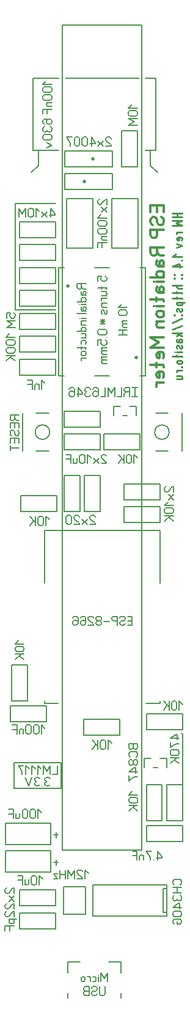
<source format=gbr>
%FSLAX34Y34*%
%MOMM*%
%LNSILK_BOTTOM*%
G71*
G01*
%ADD10C, 0.150*%
%ADD11C, 0.500*%
%ADD12C, 0.156*%
%ADD13C, 0.238*%
%ADD14C, 0.333*%
%LPD*%
G54D10*
X-90935Y825513D02*
X-112935Y825513D01*
X-112935Y775513D01*
X-90935Y775513D01*
X-90935Y825513D01*
G54D10*
X-125723Y743578D02*
X-125723Y765975D01*
X-191995Y765975D01*
X-191995Y743578D01*
X-125723Y743578D01*
X-165173Y754776D02*
G54D11*
D03*
G54D10*
X-191996Y797699D02*
X-191996Y775302D01*
X-125724Y775302D01*
X-125724Y797699D01*
X-191996Y797699D01*
X-152546Y786500D02*
G54D11*
D03*
G54D10*
X-90053Y731118D02*
X-126737Y731118D01*
X-126737Y662465D01*
X-90053Y662465D01*
X-90053Y731118D01*
G54D10*
X-152992Y731115D02*
X-189677Y731115D01*
X-189677Y662462D01*
X-152992Y662462D01*
X-152992Y731115D01*
G54D12*
X-98787Y861214D02*
X-103453Y856547D01*
X-91009Y856547D01*
G54D12*
X-101120Y845658D02*
X-93342Y845658D01*
X-91787Y846591D01*
X-91009Y848458D01*
X-91009Y850325D01*
X-91787Y852192D01*
X-93342Y853125D01*
X-101120Y853125D01*
X-102676Y852191D01*
X-103453Y850325D01*
X-103453Y848458D01*
X-102676Y846591D01*
X-101120Y845658D01*
G54D12*
X-91009Y842236D02*
X-103453Y842236D01*
X-95676Y837569D01*
X-103453Y832902D01*
X-91009Y832902D01*
G54D12*
X-133871Y723175D02*
X-133871Y730642D01*
X-134649Y730642D01*
X-136204Y729709D01*
X-140871Y724109D01*
X-142427Y723175D01*
X-143982Y723175D01*
X-145538Y724109D01*
X-146315Y725975D01*
X-146315Y727842D01*
X-145538Y729709D01*
X-143982Y730642D01*
G54D12*
X-140871Y719753D02*
X-133871Y712286D01*
G54D12*
X-133871Y719753D02*
X-140871Y712286D01*
G54D12*
X-141649Y708864D02*
X-146315Y704197D01*
X-133871Y704197D01*
G54D12*
X-143982Y693308D02*
X-136204Y693308D01*
X-134649Y694242D01*
X-133871Y696108D01*
X-133871Y697975D01*
X-134649Y699842D01*
X-136204Y700775D01*
X-143982Y700775D01*
X-145538Y699842D01*
X-146315Y697975D01*
X-146315Y696108D01*
X-145538Y694242D01*
X-143982Y693308D01*
G54D12*
X-143982Y682419D02*
X-136204Y682419D01*
X-134649Y683353D01*
X-133871Y685219D01*
X-133871Y687086D01*
X-134649Y688953D01*
X-136204Y689886D01*
X-143982Y689886D01*
X-145538Y688953D01*
X-146315Y687086D01*
X-146315Y685219D01*
X-145538Y683353D01*
X-143982Y682419D01*
G54D12*
X-133871Y678997D02*
X-140871Y678997D01*
G54D12*
X-139315Y678997D02*
X-140404Y678064D01*
X-140871Y676197D01*
X-140404Y674330D01*
X-139315Y673397D01*
X-133871Y673397D01*
G54D12*
X-133871Y669975D02*
X-146315Y669975D01*
X-146315Y663442D01*
G54D12*
X-140093Y669975D02*
X-140093Y663442D01*
G54D12*
X-135128Y804016D02*
X-127662Y804016D01*
X-127662Y804793D01*
X-128595Y806349D01*
X-134195Y811016D01*
X-135128Y812571D01*
X-135128Y814127D01*
X-134195Y815682D01*
X-132328Y816460D01*
X-130462Y816460D01*
X-128595Y815682D01*
X-127662Y814127D01*
G54D12*
X-138551Y811016D02*
X-146017Y804016D01*
G54D12*
X-138551Y804016D02*
X-146017Y811016D01*
G54D12*
X-155040Y804016D02*
X-155040Y816460D01*
X-149440Y808682D01*
X-149440Y807127D01*
X-156906Y807127D01*
G54D12*
X-167795Y814127D02*
X-167795Y806349D01*
X-166862Y804793D01*
X-164995Y804016D01*
X-163129Y804016D01*
X-161262Y804793D01*
X-160329Y806349D01*
X-160329Y814127D01*
X-161262Y815682D01*
X-163129Y816460D01*
X-164995Y816460D01*
X-166862Y815682D01*
X-167795Y814127D01*
G54D12*
X-178684Y814127D02*
X-178684Y806349D01*
X-177751Y804793D01*
X-175884Y804016D01*
X-174018Y804016D01*
X-172151Y804793D01*
X-171218Y806349D01*
X-171218Y814127D01*
X-172151Y815682D01*
X-174018Y816460D01*
X-175884Y816460D01*
X-177751Y815682D01*
X-178684Y814127D01*
G54D12*
X-182107Y816460D02*
X-189573Y816460D01*
X-188640Y814905D01*
X-186773Y812571D01*
X-184907Y809460D01*
X-183973Y807127D01*
X-183973Y804016D01*
G54D10*
X-254785Y699088D02*
X-254785Y677088D01*
X-204785Y677088D01*
X-204785Y699088D01*
X-254785Y699088D01*
G54D10*
X-254785Y667338D02*
X-254785Y645338D01*
X-204785Y645338D01*
X-204785Y667338D01*
X-254785Y667338D01*
G54D10*
X-254785Y635588D02*
X-254785Y613588D01*
X-204785Y613588D01*
X-204785Y635588D01*
X-254785Y635588D01*
G54D10*
X-254785Y603838D02*
X-254785Y581838D01*
X-204785Y581838D01*
X-204785Y603838D01*
X-254785Y603838D01*
G54D10*
X-254785Y572088D02*
X-254785Y550088D01*
X-204785Y550088D01*
X-204785Y572088D01*
X-254785Y572088D01*
G54D10*
X-254785Y540338D02*
X-254785Y518338D01*
X-204785Y518338D01*
X-204785Y540338D01*
X-254785Y540338D01*
G54D10*
X-254785Y508588D02*
X-254785Y486588D01*
X-204785Y486588D01*
X-204785Y508588D01*
X-254785Y508588D01*
G54D12*
X-219737Y475243D02*
X-224403Y479910D01*
X-224403Y467466D01*
G54D12*
X-227826Y467466D02*
X-227826Y474466D01*
G54D12*
X-227826Y472910D02*
X-228759Y473999D01*
X-230626Y474466D01*
X-232492Y473999D01*
X-233426Y472910D01*
X-233426Y467466D01*
G54D12*
X-236848Y467466D02*
X-236848Y479910D01*
X-243381Y479910D01*
G54D12*
X-236848Y473688D02*
X-243381Y473688D01*
G54D12*
X-268567Y543822D02*
X-273234Y539156D01*
X-260789Y539156D01*
G54D12*
X-270900Y528267D02*
X-263122Y528267D01*
X-261567Y529200D01*
X-260789Y531067D01*
X-260789Y532934D01*
X-261567Y534800D01*
X-263122Y535734D01*
X-270900Y535734D01*
X-272456Y534800D01*
X-273234Y532934D01*
X-273234Y531067D01*
X-272456Y529200D01*
X-270900Y528267D01*
G54D12*
X-270900Y517378D02*
X-263122Y517378D01*
X-261567Y518311D01*
X-260789Y520178D01*
X-260789Y522044D01*
X-261567Y523911D01*
X-263122Y524844D01*
X-270900Y524844D01*
X-272456Y523911D01*
X-273234Y522044D01*
X-273234Y520178D01*
X-272456Y518311D01*
X-270900Y517378D01*
G54D12*
X-260789Y513956D02*
X-273234Y513956D01*
G54D12*
X-264678Y513956D02*
X-273234Y506489D01*
G54D12*
X-267011Y511156D02*
X-260789Y506489D01*
G54D12*
X-272759Y565659D02*
X-272759Y573126D01*
X-267315Y573126D01*
X-267315Y572192D01*
X-268093Y570326D01*
X-268093Y568459D01*
X-267315Y566592D01*
X-265759Y565659D01*
X-262648Y565659D01*
X-261093Y566592D01*
X-260315Y568459D01*
X-260315Y570326D01*
X-261093Y572192D01*
X-262648Y573126D01*
G54D12*
X-260315Y562237D02*
X-272759Y562237D01*
X-264981Y557570D01*
X-272759Y552903D01*
X-260315Y552903D01*
G54D12*
X-261396Y427477D02*
X-259840Y424677D01*
X-258285Y423744D01*
X-255174Y423744D01*
G54D12*
X-255174Y431211D02*
X-267618Y431211D01*
X-267618Y426544D01*
X-266840Y424677D01*
X-265285Y423744D01*
X-263729Y423744D01*
X-262174Y424677D01*
X-261396Y426544D01*
X-261396Y431211D01*
G54D12*
X-255174Y413788D02*
X-255174Y420322D01*
X-267618Y420322D01*
X-267618Y413788D01*
G54D12*
X-261396Y420322D02*
X-261396Y413788D01*
G54D12*
X-257507Y410367D02*
X-255951Y409433D01*
X-255174Y407567D01*
X-255174Y405700D01*
X-255951Y403833D01*
X-257507Y402900D01*
X-259062Y402900D01*
X-260618Y403833D01*
X-261396Y405700D01*
X-261396Y407567D01*
X-262174Y409433D01*
X-263729Y410367D01*
X-265285Y410367D01*
X-266840Y409433D01*
X-267618Y407567D01*
X-267618Y405700D01*
X-266840Y403833D01*
X-265285Y402900D01*
G54D12*
X-255174Y392944D02*
X-255174Y399478D01*
X-267618Y399478D01*
X-267618Y392944D01*
G54D12*
X-261396Y399478D02*
X-261396Y392944D01*
G54D12*
X-255174Y385789D02*
X-267618Y385789D01*
G54D12*
X-267618Y389523D02*
X-267618Y382056D01*
G54D10*
X-137838Y405031D02*
X-137838Y383031D01*
X-87838Y383031D01*
X-87838Y405031D01*
X-137838Y405031D01*
G54D12*
X-91149Y372056D02*
X-95816Y376723D01*
X-95816Y364278D01*
G54D12*
X-106705Y374389D02*
X-106705Y366612D01*
X-105772Y365056D01*
X-103905Y364278D01*
X-102038Y364278D01*
X-100172Y365056D01*
X-99238Y366612D01*
X-99238Y374389D01*
X-100172Y375945D01*
X-102038Y376723D01*
X-103905Y376723D01*
X-105772Y375945D01*
X-106705Y374389D01*
G54D12*
X-110127Y364278D02*
X-110127Y376723D01*
G54D12*
X-110127Y368167D02*
X-117594Y376723D01*
G54D12*
X-112927Y370500D02*
X-117594Y364278D01*
G54D10*
X-192826Y405031D02*
X-192825Y383031D01*
X-142825Y383031D01*
X-142825Y405031D01*
X-192826Y405031D01*
G54D10*
X-192826Y436781D02*
X-192825Y414781D01*
X-142825Y414781D01*
X-142825Y436781D01*
X-192826Y436781D01*
G54D10*
X-192826Y297880D02*
X-170825Y297881D01*
X-170825Y347880D01*
X-192825Y347881D01*
X-192826Y297880D01*
G54D10*
X-164826Y297880D02*
X-142825Y297881D01*
X-142825Y347880D01*
X-164825Y347881D01*
X-164826Y297880D01*
G54D10*
X-252576Y319881D02*
X-252575Y297881D01*
X-202575Y297881D01*
X-202575Y319881D01*
X-252576Y319881D01*
G54D12*
X-213387Y286331D02*
X-218053Y290998D01*
X-218053Y278553D01*
G54D12*
X-228942Y288664D02*
X-228942Y280886D01*
X-228009Y279331D01*
X-226142Y278553D01*
X-224276Y278553D01*
X-222409Y279331D01*
X-221476Y280886D01*
X-221476Y288664D01*
X-222409Y290220D01*
X-224276Y290998D01*
X-226142Y290998D01*
X-228009Y290220D01*
X-228942Y288664D01*
G54D12*
X-232365Y278553D02*
X-232365Y290998D01*
G54D12*
X-232365Y282442D02*
X-239831Y290998D01*
G54D12*
X-235165Y284776D02*
X-239831Y278553D01*
G54D12*
X-157353Y280141D02*
X-149887Y280141D01*
X-149887Y280918D01*
X-150820Y282474D01*
X-156420Y287141D01*
X-157353Y288696D01*
X-157353Y290252D01*
X-156420Y291807D01*
X-154553Y292585D01*
X-152687Y292585D01*
X-150820Y291807D01*
X-149887Y290252D01*
G54D12*
X-160776Y287141D02*
X-168242Y280141D01*
G54D12*
X-160776Y280141D02*
X-168242Y287141D01*
G54D12*
X-179131Y280141D02*
X-171665Y280141D01*
X-171665Y280918D01*
X-172598Y282474D01*
X-178198Y287141D01*
X-179131Y288696D01*
X-179131Y290252D01*
X-178198Y291807D01*
X-176331Y292585D01*
X-174465Y292585D01*
X-172598Y291807D01*
X-171665Y290252D01*
G54D12*
X-190020Y290252D02*
X-190020Y282474D01*
X-189087Y280918D01*
X-187220Y280141D01*
X-185354Y280141D01*
X-183487Y280918D01*
X-182554Y282474D01*
X-182554Y290252D01*
X-183487Y291807D01*
X-185354Y292585D01*
X-187220Y292585D01*
X-189087Y291807D01*
X-190020Y290252D01*
G54D12*
X-91149Y457147D02*
X-98616Y457147D01*
G54D12*
X-94883Y457147D02*
X-94883Y469591D01*
G54D12*
X-91149Y469591D02*
X-98616Y469591D01*
G54D12*
X-105772Y463369D02*
X-108572Y461814D01*
X-109505Y460258D01*
X-109505Y457147D01*
G54D12*
X-102038Y457147D02*
X-102038Y469591D01*
X-106705Y469591D01*
X-108572Y468814D01*
X-109505Y467258D01*
X-109505Y465702D01*
X-108572Y464147D01*
X-106705Y463369D01*
X-102038Y463369D01*
G54D12*
X-112927Y469591D02*
X-112927Y457147D01*
X-119461Y457147D01*
G54D12*
X-122882Y457147D02*
X-122882Y469591D01*
X-127549Y461814D01*
X-132216Y469591D01*
X-132216Y457147D01*
G54D12*
X-135637Y469591D02*
X-135637Y457147D01*
X-142170Y457147D01*
G54D12*
X-153059Y467258D02*
X-152126Y468814D01*
X-150259Y469591D01*
X-148392Y469591D01*
X-146526Y468814D01*
X-145592Y467258D01*
X-145592Y463369D01*
X-145592Y462591D01*
X-148392Y464147D01*
X-150259Y464147D01*
X-152126Y463369D01*
X-153059Y461814D01*
X-153059Y459480D01*
X-152126Y457925D01*
X-150259Y457147D01*
X-148392Y457147D01*
X-146526Y457925D01*
X-145592Y459480D01*
X-145592Y463369D01*
G54D12*
X-156481Y467258D02*
X-157414Y468814D01*
X-159281Y469591D01*
X-161148Y469591D01*
X-163014Y468814D01*
X-163948Y467258D01*
X-163948Y465702D01*
X-163014Y464147D01*
X-161148Y463369D01*
X-163014Y462591D01*
X-163948Y461036D01*
X-163948Y459480D01*
X-163014Y457925D01*
X-161148Y457147D01*
X-159281Y457147D01*
X-157414Y457925D01*
X-156481Y459480D01*
G54D12*
X-172970Y457147D02*
X-172970Y469591D01*
X-167370Y461814D01*
X-167370Y460258D01*
X-174837Y460258D01*
G54D12*
X-185726Y467258D02*
X-184792Y468814D01*
X-182926Y469591D01*
X-181059Y469591D01*
X-179192Y468814D01*
X-178259Y467258D01*
X-178259Y463369D01*
X-178259Y462591D01*
X-181059Y464147D01*
X-182926Y464147D01*
X-184792Y463369D01*
X-185726Y461814D01*
X-185726Y459480D01*
X-184792Y457925D01*
X-182926Y457147D01*
X-181059Y457147D01*
X-179192Y457925D01*
X-178259Y459480D01*
X-178259Y463369D01*
G54D12*
X-141478Y364278D02*
X-134012Y364278D01*
X-134012Y365056D01*
X-134945Y366612D01*
X-140545Y371278D01*
X-141478Y372834D01*
X-141478Y374389D01*
X-140545Y375945D01*
X-138678Y376723D01*
X-136812Y376723D01*
X-134945Y375945D01*
X-134012Y374389D01*
G54D12*
X-144901Y371278D02*
X-152367Y364278D01*
G54D12*
X-144901Y364278D02*
X-152367Y371278D01*
G54D12*
X-155790Y372056D02*
X-160456Y376723D01*
X-160456Y364278D01*
G54D12*
X-171345Y374389D02*
X-171345Y366612D01*
X-170412Y365056D01*
X-168545Y364278D01*
X-166679Y364278D01*
X-164812Y365056D01*
X-163879Y366612D01*
X-163879Y374389D01*
X-164812Y375945D01*
X-166679Y376723D01*
X-168545Y376723D01*
X-170412Y375945D01*
X-171345Y374389D01*
G54D12*
X-180368Y371278D02*
X-180368Y364278D01*
G54D12*
X-180368Y365834D02*
X-179434Y364589D01*
X-177568Y364278D01*
X-175701Y364589D01*
X-174768Y365834D01*
X-174768Y371278D01*
G54D12*
X-183790Y364278D02*
X-183790Y376723D01*
X-190323Y376723D01*
G54D12*
X-183790Y370500D02*
X-190323Y370500D01*
G54D10*
X-265697Y35264D02*
X-243697Y35264D01*
X-243697Y85264D01*
X-265697Y85264D01*
X-265697Y35264D01*
G54D12*
X-256069Y119066D02*
X-260736Y114399D01*
X-248291Y114399D01*
G54D12*
X-258402Y103510D02*
X-250624Y103510D01*
X-249069Y104443D01*
X-248291Y106310D01*
X-248291Y108176D01*
X-249069Y110043D01*
X-250624Y110977D01*
X-258402Y110977D01*
X-259958Y110043D01*
X-260736Y108176D01*
X-260736Y106310D01*
X-259958Y104443D01*
X-258402Y103510D01*
G54D12*
X-248291Y100088D02*
X-260736Y100088D01*
G54D12*
X-252180Y100088D02*
X-260736Y92621D01*
G54D12*
X-254513Y97288D02*
X-248291Y92621D01*
G54D10*
X-28297Y-4436D02*
X-28298Y17564D01*
X-78298Y17564D01*
X-78298Y-4436D01*
X-28297Y-4436D01*
G54D10*
X-110041Y304188D02*
X-110041Y282188D01*
X-60041Y282188D01*
X-60041Y304188D01*
X-110041Y304188D01*
G54D10*
X-110041Y335938D02*
X-110041Y313938D01*
X-60041Y313938D01*
X-60041Y335938D01*
X-110041Y335938D01*
G54D12*
X-41178Y325027D02*
X-41178Y332494D01*
X-41956Y332494D01*
X-43512Y331560D01*
X-48178Y325960D01*
X-49734Y325027D01*
X-51289Y325027D01*
X-52845Y325960D01*
X-53623Y327827D01*
X-53623Y329694D01*
X-52845Y331560D01*
X-51289Y332494D01*
G54D12*
X-48178Y321605D02*
X-41178Y314138D01*
G54D12*
X-41178Y321605D02*
X-48178Y314138D01*
G54D12*
X-48956Y310716D02*
X-53623Y306049D01*
X-41178Y306049D01*
G54D12*
X-51289Y295160D02*
X-43512Y295160D01*
X-41956Y296094D01*
X-41178Y297960D01*
X-41178Y299827D01*
X-41956Y301694D01*
X-43512Y302627D01*
X-51289Y302627D01*
X-52845Y301694D01*
X-53623Y299827D01*
X-53623Y297960D01*
X-52845Y296094D01*
X-51289Y295160D01*
G54D12*
X-41178Y291738D02*
X-53623Y291738D01*
G54D12*
X-45067Y291738D02*
X-53623Y284271D01*
G54D12*
X-47400Y288938D02*
X-41178Y284271D01*
G54D12*
X-28533Y30531D02*
X-33200Y35198D01*
X-33200Y22754D01*
G54D12*
X-44089Y32865D02*
X-44089Y25087D01*
X-43155Y23531D01*
X-41289Y22754D01*
X-39422Y22754D01*
X-37555Y23532D01*
X-36622Y25087D01*
X-36622Y32865D01*
X-37555Y34420D01*
X-39422Y35198D01*
X-41289Y35198D01*
X-43155Y34420D01*
X-44089Y32865D01*
G54D12*
X-47511Y22754D02*
X-47511Y35198D01*
G54D12*
X-47511Y26642D02*
X-54978Y35198D01*
G54D12*
X-50311Y28976D02*
X-54978Y22754D01*
G54D10*
X-196796Y-50389D02*
X-196796Y-85389D01*
X-261797Y-85388D01*
X-261797Y-50388D01*
X-196796Y-50389D01*
G54D10*
X-165506Y9640D02*
X-165506Y-12360D01*
X-115506Y-12360D01*
X-115506Y9640D01*
X-165506Y9640D01*
G54D10*
X-211546Y-163688D02*
X-211547Y-133688D01*
X-274246Y-133688D01*
X-274247Y-163688D01*
X-211546Y-163688D01*
G54D12*
X-204067Y-154078D02*
X-204067Y-146611D01*
G54D12*
X-200956Y-150344D02*
X-207178Y-150344D01*
G54D10*
X-50298Y-130861D02*
X-28298Y-130860D01*
X-28298Y-80860D01*
X-50297Y-80860D01*
X-50298Y-130861D01*
G54D10*
X-78873Y-130860D02*
X-56872Y-130860D01*
X-56872Y-80860D01*
X-78873Y-80860D01*
X-78873Y-130860D01*
G54D10*
X-78476Y-137832D02*
X-78476Y-159832D01*
X-28476Y-159832D01*
X-28476Y-137832D01*
X-78476Y-137832D01*
G54D12*
X-224285Y-119414D02*
X-228951Y-114748D01*
X-228951Y-127192D01*
G54D12*
X-239840Y-117081D02*
X-239840Y-124859D01*
X-238907Y-126414D01*
X-237040Y-127192D01*
X-235174Y-127192D01*
X-233307Y-126414D01*
X-232374Y-124858D01*
X-232374Y-117081D01*
X-233307Y-115525D01*
X-235174Y-114748D01*
X-237040Y-114748D01*
X-238907Y-115525D01*
X-239840Y-117081D01*
G54D12*
X-250729Y-117081D02*
X-250729Y-124859D01*
X-249796Y-126414D01*
X-247929Y-127192D01*
X-246063Y-127192D01*
X-244196Y-126414D01*
X-243263Y-124859D01*
X-243263Y-117081D01*
X-244196Y-115525D01*
X-246063Y-114748D01*
X-247929Y-114747D01*
X-249796Y-115526D01*
X-250729Y-117081D01*
G54D12*
X-259752Y-120192D02*
X-259752Y-127192D01*
G54D12*
X-259752Y-125636D02*
X-258818Y-126881D01*
X-256952Y-127192D01*
X-255085Y-126881D01*
X-254152Y-125636D01*
X-254152Y-120192D01*
G54D12*
X-263174Y-127192D02*
X-263174Y-114748D01*
X-269707Y-114748D01*
G54D12*
X-263174Y-120970D02*
X-269707Y-120970D01*
G54D12*
X-222698Y-211489D02*
X-227364Y-206822D01*
X-227364Y-219267D01*
G54D12*
X-238253Y-209156D02*
X-238253Y-216934D01*
X-237320Y-218489D01*
X-235453Y-219267D01*
X-233587Y-219267D01*
X-231720Y-218489D01*
X-230787Y-216934D01*
X-230787Y-209156D01*
X-231720Y-207600D01*
X-233587Y-206822D01*
X-235453Y-206822D01*
X-237320Y-207600D01*
X-238253Y-209156D01*
G54D12*
X-247276Y-212267D02*
X-247276Y-219267D01*
G54D12*
X-247276Y-217712D02*
X-246342Y-218956D01*
X-244476Y-219267D01*
X-242609Y-218956D01*
X-241676Y-217712D01*
X-241676Y-212267D01*
G54D12*
X-250698Y-219267D02*
X-250698Y-206822D01*
X-257231Y-206822D01*
G54D12*
X-250698Y-213045D02*
X-257231Y-213045D01*
G54D12*
X-202123Y-54135D02*
X-202123Y-66579D01*
X-208656Y-66579D01*
G54D12*
X-212078Y-66579D02*
X-212078Y-54135D01*
X-216745Y-61912D01*
X-221411Y-54135D01*
X-221411Y-66579D01*
G54D12*
X-224833Y-58802D02*
X-229500Y-54135D01*
X-229500Y-66579D01*
G54D12*
X-232922Y-58802D02*
X-237589Y-54135D01*
X-237589Y-66579D01*
G54D12*
X-241011Y-58802D02*
X-245678Y-54135D01*
X-245678Y-66579D01*
G54D12*
X-249100Y-54135D02*
X-256567Y-54135D01*
X-255633Y-55690D01*
X-253767Y-58024D01*
X-251900Y-61135D01*
X-250967Y-63468D01*
X-250967Y-66579D01*
G54D12*
X-212006Y-72631D02*
X-212939Y-71075D01*
X-214806Y-70298D01*
X-216673Y-70298D01*
X-218539Y-71075D01*
X-219473Y-72631D01*
X-219473Y-74186D01*
X-218539Y-75742D01*
X-216673Y-76520D01*
X-218539Y-77298D01*
X-219473Y-78853D01*
X-219473Y-80409D01*
X-218539Y-81964D01*
X-216673Y-82742D01*
X-214806Y-82742D01*
X-212939Y-81964D01*
X-212006Y-80409D01*
G54D12*
X-222895Y-82742D02*
X-222895Y-82742D01*
G54D12*
X-226317Y-72631D02*
X-227250Y-71075D01*
X-229117Y-70298D01*
X-230984Y-70298D01*
X-232850Y-71075D01*
X-233784Y-72631D01*
X-233784Y-74186D01*
X-232850Y-75742D01*
X-230984Y-76520D01*
X-232850Y-77298D01*
X-233784Y-78853D01*
X-233784Y-80409D01*
X-232850Y-81964D01*
X-230984Y-82742D01*
X-229117Y-82742D01*
X-227250Y-81964D01*
X-226317Y-80409D01*
G54D12*
X-237206Y-70298D02*
X-241873Y-82742D01*
X-246539Y-70298D01*
G54D10*
X-50784Y-219890D02*
X-50784Y-262890D01*
X-152684Y-262890D01*
X-152684Y-219890D01*
X-50784Y-219890D01*
G54D10*
X-50784Y-224890D02*
X-50784Y-257890D01*
X-55784Y-257890D01*
X-55784Y-224890D01*
X-50784Y-224890D01*
G54D12*
X-126958Y-23444D02*
X-131625Y-18777D01*
X-131625Y-31222D01*
G54D12*
X-142514Y-21111D02*
X-142514Y-28888D01*
X-141580Y-30444D01*
X-139714Y-31222D01*
X-137847Y-31222D01*
X-135980Y-30444D01*
X-135047Y-28888D01*
X-135047Y-21111D01*
X-135980Y-19555D01*
X-137847Y-18777D01*
X-139714Y-18777D01*
X-141580Y-19555D01*
X-142514Y-21111D01*
G54D12*
X-145936Y-31222D02*
X-145936Y-18777D01*
G54D12*
X-145936Y-27333D02*
X-153403Y-18777D01*
G54D12*
X-148736Y-25000D02*
X-153403Y-31222D01*
G54D10*
X-162732Y-259791D02*
X-193720Y-259791D01*
X-193736Y-221991D01*
X-162732Y-221991D01*
X-162732Y-259756D01*
G54D12*
X-159198Y-203552D02*
X-163864Y-198885D01*
X-163864Y-211330D01*
G54D12*
X-174753Y-211330D02*
X-167287Y-211330D01*
X-167287Y-210552D01*
X-168220Y-208996D01*
X-173820Y-204330D01*
X-174753Y-202774D01*
X-174753Y-201218D01*
X-173820Y-199663D01*
X-171953Y-198885D01*
X-170087Y-198885D01*
X-168220Y-199663D01*
X-167287Y-201218D01*
G54D12*
X-178176Y-211330D02*
X-178176Y-198885D01*
X-182842Y-206663D01*
X-187509Y-198885D01*
X-187509Y-211330D01*
G54D12*
X-190931Y-211330D02*
X-190931Y-198885D01*
G54D12*
X-198397Y-211330D02*
X-198397Y-198885D01*
G54D12*
X-190931Y-205107D02*
X-198397Y-205107D01*
G54D12*
X-201820Y-204330D02*
X-207420Y-204330D01*
X-201820Y-211330D01*
X-207420Y-211330D01*
G54D10*
X-254797Y-226588D02*
X-254797Y-248588D01*
X-204797Y-248588D01*
X-204797Y-226588D01*
X-254797Y-226588D01*
G54D12*
X-262160Y-231138D02*
X-262160Y-223671D01*
X-262938Y-223671D01*
X-264494Y-224604D01*
X-269160Y-230204D01*
X-270716Y-231138D01*
X-272272Y-231138D01*
X-273827Y-230204D01*
X-274605Y-228338D01*
X-274605Y-226471D01*
X-273827Y-224604D01*
X-272272Y-223671D01*
G54D12*
X-269160Y-234560D02*
X-262160Y-242027D01*
G54D12*
X-262160Y-234560D02*
X-269160Y-242027D01*
G54D12*
X-262160Y-252916D02*
X-262160Y-245449D01*
X-262938Y-245449D01*
X-264494Y-246382D01*
X-269160Y-251982D01*
X-270716Y-252916D01*
X-272272Y-252916D01*
X-273827Y-251982D01*
X-274605Y-250116D01*
X-274605Y-248249D01*
X-273827Y-246382D01*
X-272272Y-245449D01*
G54D12*
X-262160Y-263805D02*
X-262160Y-256338D01*
X-262938Y-256338D01*
X-264494Y-257271D01*
X-269160Y-262871D01*
X-270716Y-263805D01*
X-272272Y-263805D01*
X-273827Y-262871D01*
X-274605Y-261005D01*
X-274605Y-259138D01*
X-273827Y-257272D01*
X-272272Y-256338D01*
G54D12*
X-269160Y-267227D02*
X-259049Y-267227D01*
G54D12*
X-264494Y-267227D02*
X-262472Y-268160D01*
X-262160Y-270027D01*
X-262472Y-271894D01*
X-264027Y-272827D01*
X-267138Y-272827D01*
X-268694Y-271894D01*
X-269160Y-270027D01*
X-268694Y-268160D01*
X-266827Y-267227D01*
G54D12*
X-262160Y-276249D02*
X-274605Y-276249D01*
X-274605Y-282782D01*
G54D12*
X-268383Y-276249D02*
X-268383Y-282782D01*
G54D12*
X-32277Y-219718D02*
X-30722Y-218785D01*
X-29944Y-216918D01*
X-29944Y-215052D01*
X-30721Y-213185D01*
X-32277Y-212252D01*
X-40055Y-212252D01*
X-41610Y-213185D01*
X-42388Y-215052D01*
X-42388Y-216918D01*
X-41610Y-218785D01*
X-40055Y-219718D01*
G54D12*
X-29944Y-223141D02*
X-42388Y-223141D01*
G54D12*
X-29944Y-230607D02*
X-42388Y-230607D01*
G54D12*
X-36166Y-223141D02*
X-36166Y-230607D01*
G54D12*
X-40055Y-234030D02*
X-41610Y-234963D01*
X-42388Y-236830D01*
X-42388Y-238696D01*
X-41610Y-240563D01*
X-40055Y-241496D01*
X-38499Y-241496D01*
X-36944Y-240563D01*
X-36166Y-238696D01*
X-35388Y-240563D01*
X-33833Y-241496D01*
X-32277Y-241496D01*
X-30722Y-240563D01*
X-29944Y-238696D01*
X-29944Y-236830D01*
X-30721Y-234963D01*
X-32277Y-234030D01*
G54D12*
X-29944Y-250519D02*
X-42388Y-250519D01*
X-34610Y-244919D01*
X-33055Y-244919D01*
X-33055Y-252385D01*
G54D12*
X-40055Y-263274D02*
X-32277Y-263274D01*
X-30722Y-262341D01*
X-29944Y-260474D01*
X-29944Y-258608D01*
X-30721Y-256741D01*
X-32277Y-255808D01*
X-40055Y-255808D01*
X-41610Y-256741D01*
X-42388Y-258608D01*
X-42388Y-260474D01*
X-41610Y-262341D01*
X-40055Y-263274D01*
G54D12*
X-36166Y-270430D02*
X-36166Y-274163D01*
X-32277Y-274163D01*
X-30721Y-273230D01*
X-29944Y-271363D01*
X-29944Y-269497D01*
X-30722Y-267630D01*
X-32277Y-266697D01*
X-40055Y-266697D01*
X-41610Y-267630D01*
X-42388Y-269497D01*
X-42388Y-271363D01*
X-41610Y-273230D01*
X-40055Y-274163D01*
G54D12*
X-90858Y-24343D02*
X-103302Y-24343D01*
X-103302Y-29010D01*
X-102525Y-30876D01*
X-100969Y-31809D01*
X-99413Y-31809D01*
X-97858Y-30876D01*
X-97080Y-29010D01*
X-96302Y-30876D01*
X-94747Y-31810D01*
X-93191Y-31810D01*
X-91636Y-30876D01*
X-90858Y-29010D01*
X-90858Y-24343D01*
G54D12*
X-97080Y-24343D02*
X-97080Y-29010D01*
G54D12*
X-93191Y-42698D02*
X-91636Y-41765D01*
X-90858Y-39898D01*
X-90858Y-38032D01*
X-91636Y-36165D01*
X-93191Y-35232D01*
X-100969Y-35232D01*
X-102524Y-36165D01*
X-103302Y-38032D01*
X-103302Y-39898D01*
X-102524Y-41765D01*
X-100969Y-42698D01*
G54D12*
X-97080Y-50788D02*
X-97080Y-48921D01*
X-97858Y-47054D01*
X-99413Y-46121D01*
X-100969Y-46121D01*
X-102524Y-47054D01*
X-103302Y-48921D01*
X-103302Y-50788D01*
X-102525Y-52654D01*
X-100969Y-53587D01*
X-99413Y-53587D01*
X-97858Y-52654D01*
X-97080Y-50788D01*
X-96302Y-52654D01*
X-94747Y-53588D01*
X-93191Y-53588D01*
X-91636Y-52654D01*
X-90858Y-50788D01*
X-90858Y-48921D01*
X-91636Y-47054D01*
X-93191Y-46121D01*
X-94747Y-46121D01*
X-96302Y-47054D01*
X-97080Y-48921D01*
G54D12*
X-90858Y-62610D02*
X-103302Y-62610D01*
X-95524Y-57010D01*
X-93969Y-57010D01*
X-93969Y-64476D01*
G54D12*
X-103302Y-67899D02*
X-103302Y-75366D01*
X-101747Y-74432D01*
X-99413Y-72566D01*
X-96302Y-70699D01*
X-93969Y-69766D01*
X-90858Y-69766D01*
G54D12*
X-63107Y-185101D02*
X-63107Y-172657D01*
X-57507Y-180434D01*
X-57507Y-181990D01*
X-64973Y-181990D01*
G54D12*
X-68396Y-185101D02*
X-68396Y-185101D01*
G54D12*
X-71818Y-172657D02*
X-79284Y-172657D01*
X-78351Y-174212D01*
X-76484Y-176546D01*
X-74618Y-179657D01*
X-73684Y-181990D01*
X-73684Y-185101D01*
G54D12*
X-82707Y-185101D02*
X-82707Y-178101D01*
G54D12*
X-82707Y-179657D02*
X-83640Y-178568D01*
X-85507Y-178101D01*
X-87373Y-178568D01*
X-88307Y-179657D01*
X-88307Y-185101D01*
G54D12*
X-91729Y-185101D02*
X-91729Y-172657D01*
X-98262Y-172657D01*
G54D12*
X-91729Y-178879D02*
X-98262Y-178879D01*
G54D12*
X-33356Y-16603D02*
X-45801Y-16603D01*
X-38023Y-11003D01*
X-36467Y-11003D01*
X-36467Y-18470D01*
G54D12*
X-45801Y-21892D02*
X-45801Y-29359D01*
X-44245Y-28426D01*
X-41912Y-26559D01*
X-38801Y-24692D01*
X-36467Y-23759D01*
X-33356Y-23759D01*
G54D12*
X-43467Y-40248D02*
X-35690Y-40248D01*
X-34134Y-39315D01*
X-33356Y-37448D01*
X-33356Y-35581D01*
X-34134Y-33715D01*
X-35690Y-32781D01*
X-43467Y-32781D01*
X-45023Y-33715D01*
X-45801Y-35581D01*
X-45801Y-37448D01*
X-45023Y-39315D01*
X-43467Y-40248D01*
G54D12*
X-33356Y-43670D02*
X-45801Y-43670D01*
G54D12*
X-37245Y-43670D02*
X-45801Y-51137D01*
G54D12*
X-39578Y-46470D02*
X-33356Y-51137D01*
G54D12*
X-98511Y-90376D02*
X-103178Y-95043D01*
X-90734Y-95043D01*
G54D12*
X-100845Y-105932D02*
X-93067Y-105932D01*
X-91511Y-104998D01*
X-90734Y-103132D01*
X-90734Y-101265D01*
X-91511Y-99398D01*
X-93067Y-98465D01*
X-100845Y-98465D01*
X-102400Y-99398D01*
X-103178Y-101265D01*
X-103178Y-103132D01*
X-102400Y-104999D01*
X-100845Y-105932D01*
G54D12*
X-90734Y-109354D02*
X-103178Y-109354D01*
G54D12*
X-94622Y-109354D02*
X-103178Y-116821D01*
G54D12*
X-96956Y-112154D02*
X-90734Y-116821D01*
G54D12*
X-211049Y705591D02*
X-211049Y718035D01*
X-205449Y710257D01*
X-205449Y708702D01*
X-212916Y708702D01*
G54D12*
X-216338Y712591D02*
X-223805Y705591D01*
G54D12*
X-216338Y705591D02*
X-223805Y712591D01*
G54D12*
X-227227Y713368D02*
X-231894Y718035D01*
X-231894Y705591D01*
G54D12*
X-242783Y715702D02*
X-242783Y707924D01*
X-241850Y706368D01*
X-239983Y705591D01*
X-238116Y705591D01*
X-236250Y706368D01*
X-235316Y707924D01*
X-235316Y715702D01*
X-236250Y717257D01*
X-238116Y718035D01*
X-239983Y718035D01*
X-241850Y717257D01*
X-242783Y715702D01*
G54D12*
X-246205Y705591D02*
X-246205Y718035D01*
X-250872Y710257D01*
X-255539Y718035D01*
X-255539Y705591D01*
G54D10*
X-204785Y724713D02*
X-260347Y724725D01*
X-260347Y577112D01*
X-204785Y577076D01*
G54D13*
X-29374Y711053D02*
X-42707Y711053D01*
G54D13*
X-29374Y705720D02*
X-42707Y705720D01*
G54D13*
X-36041Y711053D02*
X-36041Y705720D01*
G54D13*
X-42707Y701053D02*
X-29374Y701053D01*
X-37707Y697720D01*
X-29374Y694386D01*
X-42707Y694386D01*
G54D13*
X-29374Y684919D02*
X-36874Y684919D01*
G54D13*
X-35207Y684919D02*
X-36874Y683586D01*
X-36874Y682252D01*
G54D13*
X-30207Y673585D02*
X-29374Y674652D01*
X-29374Y675985D01*
X-30207Y677318D01*
X-31874Y677585D01*
X-34707Y677585D01*
X-36374Y676918D01*
X-36874Y675585D01*
X-36374Y674252D01*
X-35207Y673585D01*
X-33541Y673585D01*
X-33541Y677585D01*
G54D13*
X-36874Y668918D02*
X-29374Y666252D01*
X-36874Y663585D01*
G54D13*
X-37707Y654118D02*
X-42707Y650785D01*
X-29374Y650785D01*
G54D13*
X-29374Y645585D02*
X-29374Y646118D01*
X-30041Y646118D01*
X-30041Y645585D01*
X-29374Y645585D01*
X-29374Y646118D01*
G54D13*
X-29374Y636918D02*
X-42707Y636918D01*
X-34374Y640918D01*
X-32707Y640918D01*
X-32707Y635585D01*
G54D13*
X-29374Y626118D02*
X-29374Y625585D01*
X-30041Y625585D01*
X-30041Y626118D01*
X-29374Y626118D01*
G54D13*
X-39374Y625585D02*
X-39374Y626118D01*
X-40041Y626118D01*
X-40041Y625585D01*
X-39374Y625585D01*
G54D13*
X-29374Y620918D02*
X-29374Y620385D01*
X-30041Y620385D01*
X-30041Y620918D01*
X-29374Y620918D01*
G54D13*
X-39374Y620385D02*
X-39374Y620918D01*
X-40041Y620918D01*
X-40041Y620385D01*
X-39374Y620385D01*
G54D13*
X-29374Y610918D02*
X-42707Y610918D01*
G54D13*
X-34707Y610918D02*
X-36374Y610252D01*
X-36874Y608918D01*
X-36374Y607585D01*
X-34707Y606918D01*
X-29374Y606918D01*
G54D13*
X-42707Y600918D02*
X-30207Y600918D01*
X-29374Y600251D01*
X-29707Y599584D01*
G54D13*
X-36874Y602251D02*
X-36874Y599584D01*
G54D13*
X-42707Y593584D02*
X-30207Y593584D01*
X-29374Y592917D01*
X-29707Y592250D01*
G54D13*
X-36874Y594917D02*
X-36874Y592250D01*
G54D13*
X-36874Y587583D02*
X-26041Y587583D01*
G54D13*
X-31874Y587583D02*
X-29707Y586916D01*
X-29374Y585583D01*
X-29707Y584250D01*
X-31374Y583583D01*
X-34707Y583583D01*
X-36374Y584250D01*
X-36874Y585583D01*
X-36374Y586916D01*
X-34374Y587583D01*
G54D13*
X-30207Y578916D02*
X-29374Y577583D01*
X-29374Y576249D01*
X-30207Y574916D01*
X-31874Y574916D01*
X-32707Y575583D01*
X-33541Y578249D01*
X-34374Y578916D01*
X-36041Y578916D01*
X-36874Y577583D01*
X-36874Y576249D01*
X-36041Y574916D01*
G54D13*
X-29374Y570249D02*
X-29374Y569716D01*
X-30041Y569716D01*
X-30041Y570249D01*
X-29374Y570249D01*
G54D13*
X-39374Y569716D02*
X-39374Y570249D01*
X-40041Y570249D01*
X-40041Y569716D01*
X-39374Y569716D01*
G54D13*
X-29374Y565049D02*
X-42707Y559716D01*
G54D13*
X-29374Y555049D02*
X-42707Y549716D01*
G54D13*
X-29374Y545049D02*
X-42707Y545049D01*
G54D13*
X-34374Y543049D02*
X-29374Y541049D01*
G54D13*
X-32707Y545049D02*
X-36874Y541049D01*
G54D13*
X-36041Y536382D02*
X-36874Y535049D01*
X-36874Y533449D01*
X-35207Y532382D01*
X-29374Y532382D01*
G54D13*
X-31874Y532382D02*
X-33541Y533049D01*
X-33874Y534382D01*
X-33541Y535715D01*
X-31874Y536382D01*
X-30207Y536115D01*
X-29374Y535049D01*
X-29374Y534382D01*
X-29374Y534115D01*
X-30207Y533049D01*
X-31874Y532382D01*
G54D13*
X-30207Y527715D02*
X-29374Y526382D01*
X-29374Y525048D01*
X-30207Y523715D01*
X-31874Y523715D01*
X-32707Y524382D01*
X-33541Y527048D01*
X-34374Y527715D01*
X-36041Y527715D01*
X-36874Y526382D01*
X-36874Y525048D01*
X-36041Y523715D01*
G54D13*
X-29374Y519048D02*
X-36874Y519048D01*
G54D13*
X-39374Y519048D02*
X-39374Y519048D01*
G54D13*
X-42707Y513048D02*
X-30207Y513048D01*
X-29374Y512381D01*
X-29707Y511714D01*
G54D13*
X-36874Y514381D02*
X-36874Y511714D01*
G54D13*
X-31374Y503047D02*
X-34707Y503047D01*
X-36374Y503714D01*
X-36874Y505047D01*
X-36374Y506380D01*
X-34707Y507047D01*
X-31374Y507047D01*
X-29707Y506380D01*
X-29374Y505047D01*
X-29707Y503714D01*
X-31374Y503047D01*
G54D13*
X-29374Y497847D02*
X-29374Y498380D01*
X-30041Y498380D01*
X-30041Y497847D01*
X-29374Y497847D01*
X-29374Y498380D01*
G54D13*
X-29374Y493180D02*
X-36874Y493180D01*
G54D13*
X-35207Y493180D02*
X-36874Y491847D01*
X-36874Y490513D01*
G54D13*
X-36874Y481846D02*
X-29374Y481846D01*
G54D13*
X-31041Y481846D02*
X-29707Y482513D01*
X-29374Y483846D01*
X-29707Y485179D01*
X-31041Y485846D01*
X-36874Y485846D01*
G54D14*
X-54435Y712226D02*
X-54435Y722026D01*
X-73102Y722026D01*
X-73102Y712226D01*
G54D14*
X-63768Y722026D02*
X-63768Y712226D01*
G54D14*
X-57935Y705693D02*
X-55602Y704293D01*
X-54435Y701493D01*
X-54435Y698693D01*
X-55602Y695893D01*
X-57935Y694493D01*
X-60268Y694493D01*
X-62602Y695893D01*
X-63768Y698693D01*
X-63768Y701493D01*
X-64935Y704293D01*
X-67268Y705693D01*
X-69602Y705693D01*
X-71935Y704293D01*
X-73102Y701493D01*
X-73102Y698693D01*
X-71935Y695893D01*
X-69602Y694493D01*
G54D14*
X-54435Y687960D02*
X-73102Y687960D01*
X-73102Y680960D01*
X-71935Y678160D01*
X-69602Y676760D01*
X-67268Y676760D01*
X-64935Y678160D01*
X-63768Y680960D01*
X-63768Y687960D01*
G54D14*
X-63768Y657814D02*
X-61435Y653614D01*
X-59102Y652214D01*
X-54435Y652214D01*
G54D14*
X-54435Y663414D02*
X-73102Y663414D01*
X-73102Y656414D01*
X-71935Y653614D01*
X-69602Y652214D01*
X-67268Y652214D01*
X-64935Y653614D01*
X-63768Y656414D01*
X-63768Y663414D01*
G54D14*
X-63768Y645681D02*
X-64935Y642881D01*
X-64935Y639521D01*
X-62602Y637281D01*
X-54435Y637281D01*
G54D14*
X-57935Y637281D02*
X-60268Y638681D01*
X-60735Y641481D01*
X-60268Y644281D01*
X-57935Y645681D01*
X-55602Y645121D01*
X-54435Y642881D01*
X-54435Y641481D01*
X-54435Y640921D01*
X-55602Y638681D01*
X-57935Y637281D01*
G54D14*
X-54435Y622348D02*
X-73102Y622348D01*
G54D14*
X-61902Y622348D02*
X-64235Y623748D01*
X-64935Y626548D01*
X-64235Y629348D01*
X-61902Y630748D01*
X-57235Y630748D01*
X-54902Y629348D01*
X-54435Y626548D01*
X-54902Y623748D01*
X-57235Y622348D01*
G54D14*
X-54435Y615815D02*
X-64935Y615815D01*
G54D14*
X-68435Y615815D02*
X-68435Y615815D01*
G54D14*
X-63768Y609282D02*
X-64935Y606482D01*
X-64935Y603122D01*
X-62602Y600882D01*
X-54435Y600882D01*
G54D14*
X-57935Y600882D02*
X-60268Y602282D01*
X-60735Y605082D01*
X-60268Y607882D01*
X-57935Y609282D01*
X-55602Y608722D01*
X-54435Y606482D01*
X-54435Y605082D01*
X-54435Y604522D01*
X-55602Y602282D01*
X-57935Y600882D01*
G54D14*
X-73102Y591549D02*
X-55602Y591549D01*
X-54435Y590149D01*
X-54902Y588749D01*
G54D14*
X-64935Y594349D02*
X-64935Y588749D01*
G54D14*
X-54435Y582216D02*
X-64935Y582216D01*
G54D14*
X-68435Y582216D02*
X-68435Y582216D01*
G54D14*
X-57235Y567283D02*
X-61902Y567283D01*
X-64235Y568683D01*
X-64935Y571483D01*
X-64235Y574283D01*
X-61902Y575683D01*
X-57235Y575683D01*
X-54902Y574283D01*
X-54435Y571483D01*
X-54902Y568683D01*
X-57235Y567283D01*
G54D14*
X-54435Y560750D02*
X-64935Y560750D01*
G54D14*
X-62602Y560750D02*
X-64235Y559350D01*
X-64935Y556550D01*
X-64235Y553750D01*
X-62602Y552350D01*
X-54435Y552350D01*
G54D14*
X-54435Y539004D02*
X-73102Y539004D01*
X-61435Y532004D01*
X-73102Y525004D01*
X-54435Y525004D01*
G54D14*
X-55602Y510071D02*
X-54435Y512311D01*
X-54435Y515111D01*
X-55602Y517911D01*
X-57935Y518471D01*
X-61902Y518471D01*
X-64235Y517071D01*
X-64935Y514271D01*
X-64235Y511471D01*
X-62602Y510071D01*
X-60268Y510071D01*
X-60268Y518471D01*
G54D14*
X-73102Y500738D02*
X-55602Y500738D01*
X-54435Y499338D01*
X-54902Y497938D01*
G54D14*
X-64935Y503538D02*
X-64935Y497938D01*
G54D14*
X-55602Y483005D02*
X-54435Y485245D01*
X-54435Y488045D01*
X-55602Y490845D01*
X-57935Y491405D01*
X-61902Y491405D01*
X-64235Y490005D01*
X-64935Y487205D01*
X-64235Y484405D01*
X-62602Y483005D01*
X-60268Y483005D01*
X-60268Y491405D01*
G54D14*
X-54435Y476472D02*
X-64935Y476472D01*
G54D14*
X-62602Y476472D02*
X-64935Y473672D01*
X-64935Y470872D01*
G54D10*
X-171043Y-326469D02*
X-187893Y-326469D01*
X-187893Y-341494D01*
G54D10*
X-113893Y-369331D02*
X-113893Y-376419D01*
G54D10*
X-113893Y-341494D02*
X-113893Y-326469D01*
X-130743Y-326469D01*
G54D10*
X-211546Y-201788D02*
X-211547Y-171788D01*
X-274246Y-171788D01*
X-274247Y-201788D01*
X-211546Y-201788D01*
G54D12*
X-204067Y-192178D02*
X-204067Y-184711D01*
G54D12*
X-200956Y-188444D02*
X-207178Y-188444D01*
G54D10*
X-254797Y-258338D02*
X-254797Y-280338D01*
X-204797Y-280338D01*
X-204797Y-258338D01*
X-254797Y-258338D01*
G54D10*
X-195086Y-171019D02*
X-85091Y-171042D01*
X-85091Y971654D01*
X-195086Y971676D01*
X-195086Y-171019D01*
G54D10*
X-87358Y485693D02*
X-80074Y485692D01*
X-80104Y635694D01*
X-87388Y635695D01*
G54D10*
X-130095Y635695D02*
X-150079Y635696D01*
G54D10*
X-192787Y485692D02*
X-200071Y485693D01*
X-200101Y635695D01*
X-192816Y635694D01*
G54D10*
X-130096Y485693D02*
X-150080Y485695D01*
G54D10*
X-250375Y433738D02*
X-250375Y381738D01*
G54D10*
G75*
G01X-232788Y407738D02*
G03X-232788Y407738I10000J0D01*
G01*
G54D10*
X-231325Y433738D02*
X-214250Y433738D01*
G54D10*
X-195200Y433738D02*
X-195200Y381738D01*
G54D10*
X-214250Y381738D02*
X-231325Y381738D01*
G54D10*
X-84872Y433733D02*
X-84872Y381733D01*
G54D10*
G75*
G01X-67284Y407733D02*
G03X-67284Y407733I10000J0D01*
G01*
G54D10*
X-65822Y433733D02*
X-48747Y433733D01*
G54D10*
X-29697Y433733D02*
X-29697Y381733D01*
G54D10*
X-48747Y381733D02*
X-65822Y381733D01*
G54D10*
X-59731Y271754D02*
X-219731Y271754D01*
G54D12*
X-104887Y140095D02*
X-98354Y140095D01*
X-98354Y152539D01*
X-104887Y152539D01*
G54D12*
X-98354Y146317D02*
X-104887Y146317D01*
G54D12*
X-108308Y142428D02*
X-109242Y140872D01*
X-111108Y140095D01*
X-112975Y140095D01*
X-114842Y140872D01*
X-115775Y142428D01*
X-115775Y143984D01*
X-114842Y145539D01*
X-112975Y146317D01*
X-111108Y146317D01*
X-109242Y147095D01*
X-108308Y148650D01*
X-108308Y150206D01*
X-109242Y151761D01*
X-111108Y152539D01*
X-112975Y152539D01*
X-114842Y151761D01*
X-115775Y150206D01*
G54D12*
X-119198Y140095D02*
X-119198Y152539D01*
X-123864Y152539D01*
X-125731Y151761D01*
X-126664Y150206D01*
X-126664Y148650D01*
X-125731Y147095D01*
X-123864Y146317D01*
X-119198Y146317D01*
G54D12*
X-130086Y145539D02*
X-137553Y145539D01*
G54D12*
X-145642Y146317D02*
X-143776Y146317D01*
X-141909Y147095D01*
X-140976Y148650D01*
X-140976Y150206D01*
X-141909Y151761D01*
X-143776Y152539D01*
X-145642Y152539D01*
X-147509Y151761D01*
X-148442Y150206D01*
X-148442Y148650D01*
X-147509Y147095D01*
X-145642Y146317D01*
X-147509Y145539D01*
X-148442Y143984D01*
X-148442Y142428D01*
X-147509Y140872D01*
X-145642Y140095D01*
X-143776Y140095D01*
X-141909Y140872D01*
X-140976Y142428D01*
X-140976Y143984D01*
X-141909Y145539D01*
X-143776Y146317D01*
G54D12*
X-159331Y140095D02*
X-151864Y140095D01*
X-151864Y140872D01*
X-152798Y142428D01*
X-158398Y147095D01*
X-159331Y148650D01*
X-159331Y150206D01*
X-158398Y151761D01*
X-156531Y152539D01*
X-154664Y152539D01*
X-152798Y151761D01*
X-151864Y150206D01*
G54D12*
X-170220Y150206D02*
X-169287Y151761D01*
X-167420Y152539D01*
X-165554Y152539D01*
X-163687Y151761D01*
X-162754Y150206D01*
X-162754Y146317D01*
X-162754Y145539D01*
X-165554Y147095D01*
X-167420Y147095D01*
X-169287Y146317D01*
X-170220Y144761D01*
X-170220Y142428D01*
X-169287Y140872D01*
X-167420Y140095D01*
X-165554Y140095D01*
X-163687Y140872D01*
X-162754Y142428D01*
X-162754Y146317D01*
G54D12*
X-181109Y150206D02*
X-180176Y151761D01*
X-178309Y152539D01*
X-176442Y152539D01*
X-174576Y151761D01*
X-173642Y150206D01*
X-173642Y146317D01*
X-173642Y145539D01*
X-176442Y147095D01*
X-178309Y147095D01*
X-180176Y146317D01*
X-181109Y144761D01*
X-181109Y142428D01*
X-180176Y140872D01*
X-178309Y140095D01*
X-176442Y140095D01*
X-174576Y140872D01*
X-173642Y142428D01*
X-173642Y146317D01*
G54D10*
X-59731Y271754D02*
X-59456Y198438D01*
G54D10*
X-79018Y31750D02*
X-60243Y31754D01*
X-60245Y34908D01*
G54D10*
X-201255Y31750D02*
X-220030Y31754D01*
X-220028Y34908D01*
G54D10*
X-219731Y271754D02*
X-219456Y198438D01*
G54D10*
X-111538Y430481D02*
X-105138Y430481D01*
G54D10*
X-92438Y430481D02*
X-92438Y443181D01*
X-102013Y443181D01*
G54D10*
X-124238Y430481D02*
X-124238Y443181D01*
X-114663Y443181D01*
G54D10*
X-69381Y-56960D02*
X-62981Y-56960D01*
G54D10*
X-50281Y-56960D02*
X-50281Y-44260D01*
X-59856Y-44260D01*
G54D10*
X-82081Y-56960D02*
X-82081Y-44260D01*
X-72506Y-44260D01*
G54D10*
X-187893Y-369331D02*
X-187893Y-376419D01*
G54D10*
X-267388Y28855D02*
X-267388Y6855D01*
X-217388Y6855D01*
X-217388Y28855D01*
X-267388Y28855D01*
G54D12*
X-219432Y-2698D02*
X-224098Y1968D01*
X-224098Y-10476D01*
G54D12*
X-234987Y-365D02*
X-234987Y-8143D01*
X-234054Y-9698D01*
X-232187Y-10476D01*
X-230321Y-10476D01*
X-228454Y-9698D01*
X-227521Y-8143D01*
X-227521Y-365D01*
X-228454Y1190D01*
X-230321Y1968D01*
X-232187Y1968D01*
X-234054Y1190D01*
X-234987Y-365D01*
G54D12*
X-245876Y-365D02*
X-245876Y-8143D01*
X-244943Y-9698D01*
X-243076Y-10476D01*
X-241210Y-10476D01*
X-239343Y-9698D01*
X-238410Y-8143D01*
X-238410Y-365D01*
X-239343Y1190D01*
X-241210Y1968D01*
X-243076Y1968D01*
X-244943Y1190D01*
X-245876Y-365D01*
G54D12*
X-249299Y-10476D02*
X-249299Y-3476D01*
G54D12*
X-249299Y-5032D02*
X-250232Y-3943D01*
X-252099Y-3476D01*
X-253965Y-3943D01*
X-254899Y-5032D01*
X-254899Y-10476D01*
G54D12*
X-258321Y-10476D02*
X-258321Y1968D01*
X-264854Y1968D01*
G54D12*
X-258321Y-4254D02*
X-264854Y-4254D01*
G54D10*
X-28298Y-80860D02*
X-28298Y-11390D01*
X-30162Y-9525D01*
G54D12*
X-136187Y-360250D02*
X-136187Y-370361D01*
X-137120Y-371917D01*
X-138987Y-372694D01*
X-140854Y-372694D01*
X-142720Y-371917D01*
X-143654Y-370361D01*
X-143654Y-360250D01*
G54D12*
X-147076Y-370361D02*
X-148009Y-371917D01*
X-149876Y-372694D01*
X-151743Y-372694D01*
X-153609Y-371917D01*
X-154543Y-370361D01*
X-154543Y-368806D01*
X-153609Y-367250D01*
X-151743Y-366472D01*
X-149876Y-366472D01*
X-148009Y-365694D01*
X-147076Y-364139D01*
X-147076Y-362583D01*
X-148009Y-361028D01*
X-149876Y-360250D01*
X-151743Y-360250D01*
X-153609Y-361028D01*
X-154543Y-362583D01*
G54D12*
X-157965Y-372694D02*
X-157965Y-360250D01*
X-162632Y-360250D01*
X-164498Y-361028D01*
X-165432Y-362583D01*
X-165432Y-364139D01*
X-164498Y-365694D01*
X-162632Y-366472D01*
X-164498Y-367250D01*
X-165432Y-368806D01*
X-165432Y-370361D01*
X-164498Y-371917D01*
X-162632Y-372694D01*
X-157965Y-372694D01*
G54D12*
X-157965Y-366472D02*
X-162632Y-366472D01*
G54D12*
X-132300Y-353650D02*
X-132300Y-341206D01*
X-136966Y-348984D01*
X-141633Y-341206D01*
X-141633Y-353650D01*
G54D12*
X-145055Y-353650D02*
X-145055Y-346650D01*
G54D12*
X-145055Y-344317D02*
X-145055Y-344317D01*
G54D12*
X-153143Y-347117D02*
X-151277Y-346650D01*
X-149410Y-347117D01*
X-148477Y-348672D01*
X-148477Y-351784D01*
X-149410Y-353339D01*
X-151277Y-353650D01*
X-153143Y-353339D01*
G54D12*
X-156566Y-353650D02*
X-156566Y-346650D01*
G54D12*
X-156566Y-348206D02*
X-158432Y-346650D01*
X-160299Y-346650D01*
G54D12*
X-169321Y-351784D02*
X-169321Y-348672D01*
X-168387Y-347117D01*
X-166521Y-346650D01*
X-164654Y-347117D01*
X-163721Y-348672D01*
X-163721Y-351784D01*
X-164654Y-353339D01*
X-166521Y-353650D01*
X-168387Y-353339D01*
X-169321Y-351784D01*
G54D10*
X-200752Y897731D02*
X-235812Y897732D01*
X-235813Y797734D01*
X-200752Y797733D01*
G36*
X-200751Y898481D02*
X-200752Y896981D01*
X-200002Y896981D01*
X-200001Y898481D01*
X-200751Y898481D01*
G37*
G36*
X-200752Y798483D02*
X-200752Y796983D01*
X-200002Y796983D01*
X-200002Y798483D01*
X-200752Y798483D01*
G37*
G54D10*
X-89762Y897732D02*
X-189911Y897733D01*
G36*
X-89762Y898482D02*
X-89762Y896982D01*
X-89012Y896982D01*
X-89012Y898482D01*
X-89762Y898482D01*
G37*
G36*
X-189911Y896983D02*
X-189911Y898483D01*
X-190661Y898483D01*
X-190661Y896983D01*
X-189911Y896983D01*
G37*
G54D12*
X-217849Y894154D02*
X-222515Y889488D01*
X-210071Y889488D01*
G54D12*
X-220182Y878599D02*
X-212404Y878599D01*
X-210849Y879532D01*
X-210071Y881399D01*
X-210071Y883265D01*
X-210849Y885132D01*
X-212404Y886065D01*
X-220182Y886065D01*
X-221738Y885132D01*
X-222515Y883265D01*
X-222515Y881399D01*
X-221738Y879532D01*
X-220182Y878599D01*
G54D12*
X-220182Y867710D02*
X-212404Y867710D01*
X-210849Y868643D01*
X-210071Y870510D01*
X-210071Y872376D01*
X-210849Y874243D01*
X-212404Y875176D01*
X-220182Y875176D01*
X-221738Y874243D01*
X-222515Y872376D01*
X-222515Y870510D01*
X-221738Y868643D01*
X-220182Y867710D01*
G54D12*
X-210071Y864287D02*
X-217071Y864287D01*
G54D12*
X-215515Y864287D02*
X-216604Y863354D01*
X-217071Y861487D01*
X-216604Y859621D01*
X-215515Y858687D01*
X-210071Y858687D01*
G54D12*
X-210071Y855265D02*
X-222515Y855265D01*
X-222515Y848732D01*
G54D12*
X-216293Y855265D02*
X-216293Y848732D01*
G54D12*
X-220182Y834235D02*
X-221738Y835168D01*
X-222515Y837035D01*
X-222515Y838901D01*
X-221738Y840768D01*
X-220182Y841701D01*
X-216293Y841701D01*
X-215515Y841701D01*
X-217071Y838901D01*
X-217071Y837035D01*
X-216293Y835168D01*
X-214738Y834235D01*
X-212404Y834235D01*
X-210849Y835168D01*
X-210071Y837035D01*
X-210071Y838901D01*
X-210849Y840768D01*
X-212404Y841701D01*
X-216293Y841701D01*
G54D12*
X-220182Y830812D02*
X-221738Y829879D01*
X-222515Y828012D01*
X-222515Y826146D01*
X-221738Y824279D01*
X-220182Y823346D01*
X-218627Y823346D01*
X-217071Y824279D01*
X-216293Y826146D01*
X-215515Y824279D01*
X-213960Y823346D01*
X-212404Y823346D01*
X-210849Y824279D01*
X-210071Y826146D01*
X-210071Y828012D01*
X-210849Y829879D01*
X-212404Y830812D01*
G54D12*
X-220182Y812457D02*
X-212404Y812457D01*
X-210849Y813390D01*
X-210071Y815257D01*
X-210071Y817123D01*
X-210849Y818990D01*
X-212404Y819923D01*
X-220182Y819923D01*
X-221738Y818990D01*
X-222515Y817123D01*
X-222515Y815257D01*
X-221738Y813390D01*
X-220182Y812457D01*
G54D12*
X-217071Y809034D02*
X-210071Y805301D01*
X-217071Y801568D01*
G54D10*
X-63160Y767460D02*
X-73026Y777326D01*
X-73026Y797719D01*
G54D10*
X-80237Y897732D02*
X-65814Y897731D01*
X-65814Y797733D01*
X-80238Y797734D01*
G54D10*
X-238467Y767461D02*
X-228601Y777327D01*
X-228601Y797720D01*
G54D12*
X-146310Y616614D02*
X-146310Y624080D01*
X-140866Y624080D01*
X-140866Y623147D01*
X-141644Y621280D01*
X-141644Y619414D01*
X-140866Y617547D01*
X-139310Y616614D01*
X-136199Y616614D01*
X-134644Y617547D01*
X-133866Y619414D01*
X-133866Y621280D01*
X-134644Y623147D01*
X-136199Y624080D01*
G54D12*
X-146310Y607716D02*
X-134644Y607716D01*
X-133866Y606782D01*
X-134177Y605849D01*
G54D12*
X-140866Y609582D02*
X-140866Y605849D01*
G54D12*
X-140866Y596827D02*
X-133866Y596827D01*
G54D12*
X-135421Y596827D02*
X-134177Y597761D01*
X-133866Y599627D01*
X-134177Y601494D01*
X-135421Y602427D01*
X-140866Y602427D01*
G54D12*
X-133866Y593405D02*
X-140866Y593405D01*
G54D12*
X-139310Y593405D02*
X-140866Y591539D01*
X-140866Y589672D01*
G54D12*
X-133866Y586250D02*
X-140866Y586250D01*
G54D12*
X-139310Y586250D02*
X-140399Y585317D01*
X-140866Y583450D01*
X-140399Y581584D01*
X-139310Y580650D01*
X-133866Y580650D01*
G54D12*
X-134644Y577228D02*
X-133866Y575362D01*
X-133866Y573495D01*
X-134644Y571628D01*
X-136199Y571628D01*
X-136977Y572562D01*
X-137755Y576295D01*
X-138532Y577228D01*
X-140088Y577228D01*
X-140866Y575362D01*
X-140866Y573495D01*
X-140088Y571628D01*
G54D12*
X-139310Y564597D02*
X-139310Y557131D01*
G54D12*
X-142421Y560864D02*
X-136199Y560864D01*
G54D12*
X-141644Y563664D02*
X-136977Y558064D01*
G54D12*
X-136977Y563664D02*
X-141644Y558064D01*
G54D12*
X-143977Y542633D02*
X-136199Y542633D01*
X-134644Y543566D01*
X-133866Y545433D01*
X-133866Y547299D01*
X-134644Y549166D01*
X-136199Y550099D01*
X-143977Y550099D01*
X-145532Y549166D01*
X-146310Y547299D01*
X-146310Y545433D01*
X-145532Y543566D01*
X-143977Y542633D01*
G54D12*
X-133866Y539210D02*
X-133866Y539210D01*
G54D12*
X-146310Y528322D02*
X-146310Y535788D01*
X-140866Y535788D01*
X-140866Y534855D01*
X-141644Y532988D01*
X-141644Y531122D01*
X-140866Y529255D01*
X-139310Y528322D01*
X-136199Y528322D01*
X-134644Y529255D01*
X-133866Y531122D01*
X-133866Y532988D01*
X-134644Y534855D01*
X-136199Y535788D01*
G54D12*
X-133866Y524899D02*
X-140866Y524899D01*
G54D12*
X-139621Y524899D02*
X-140866Y523033D01*
X-140399Y521166D01*
X-139310Y520233D01*
X-133866Y520233D01*
G54D12*
X-139621Y520233D02*
X-140866Y518366D01*
X-140399Y516499D01*
X-139310Y515566D01*
X-133866Y515566D01*
G54D12*
X-133866Y512144D02*
X-140866Y512144D01*
G54D12*
X-139621Y512144D02*
X-140866Y510278D01*
X-140399Y508411D01*
X-139310Y507478D01*
X-133866Y507478D01*
G54D12*
X-139621Y507478D02*
X-140866Y505611D01*
X-140399Y503744D01*
X-139310Y502811D01*
X-133866Y502811D01*
G54D12*
X-168663Y609933D02*
X-167107Y607133D01*
X-165552Y606200D01*
X-162441Y606200D01*
G54D12*
X-162441Y613666D02*
X-174885Y613666D01*
X-174885Y609000D01*
X-174107Y607133D01*
X-172552Y606200D01*
X-170996Y606200D01*
X-169441Y607133D01*
X-168663Y609000D01*
X-168663Y613666D01*
G54D12*
X-168663Y602777D02*
X-169441Y600911D01*
X-169441Y598671D01*
X-167885Y597177D01*
X-162441Y597177D01*
G54D12*
X-164774Y597177D02*
X-166330Y598111D01*
X-166641Y599977D01*
X-166330Y601844D01*
X-164774Y602777D01*
X-163219Y602404D01*
X-162441Y600911D01*
X-162441Y599977D01*
X-162441Y599604D01*
X-163219Y598111D01*
X-164774Y597177D01*
G54D12*
X-162441Y588155D02*
X-174885Y588155D01*
G54D12*
X-167419Y588155D02*
X-168974Y589089D01*
X-169441Y590955D01*
X-168974Y592822D01*
X-167419Y593755D01*
X-164307Y593755D01*
X-162752Y592822D01*
X-162441Y590955D01*
X-162752Y589089D01*
X-164307Y588155D01*
G54D12*
X-162441Y584733D02*
X-169441Y584733D01*
G54D12*
X-171774Y584733D02*
X-171774Y584733D01*
G54D12*
X-168663Y581311D02*
X-169441Y579445D01*
X-169441Y577205D01*
X-167885Y575711D01*
X-162441Y575711D01*
G54D12*
X-164774Y575711D02*
X-166330Y576645D01*
X-166641Y578511D01*
X-166330Y580378D01*
X-164774Y581311D01*
X-163219Y580938D01*
X-162441Y579445D01*
X-162441Y578511D01*
X-162441Y578138D01*
X-163219Y576645D01*
X-164774Y575711D01*
G54D12*
X-162441Y572289D02*
X-174885Y572289D01*
G54D12*
X-162441Y565258D02*
X-169441Y565258D01*
G54D12*
X-171774Y565258D02*
X-171774Y565258D01*
G54D12*
X-162441Y561836D02*
X-169441Y561836D01*
G54D12*
X-167885Y561836D02*
X-168974Y560903D01*
X-169441Y559036D01*
X-168974Y557170D01*
X-167885Y556236D01*
X-162441Y556236D01*
G54D12*
X-162441Y547214D02*
X-174885Y547214D01*
G54D12*
X-167419Y547214D02*
X-168974Y548148D01*
X-169441Y550014D01*
X-168974Y551881D01*
X-167419Y552814D01*
X-164307Y552814D01*
X-162752Y551881D01*
X-162441Y550014D01*
X-162752Y548148D01*
X-164307Y547214D01*
G54D12*
X-169441Y538192D02*
X-162441Y538192D01*
G54D12*
X-163996Y538192D02*
X-162752Y539126D01*
X-162441Y540992D01*
X-162752Y542859D01*
X-163996Y543792D01*
X-169441Y543792D01*
G54D12*
X-168974Y530104D02*
X-169441Y531970D01*
X-168974Y533837D01*
X-167419Y534770D01*
X-164307Y534770D01*
X-162752Y533837D01*
X-162441Y531970D01*
X-162752Y530104D01*
G54D12*
X-174885Y524815D02*
X-163219Y524815D01*
X-162441Y523881D01*
X-162752Y522948D01*
G54D12*
X-169441Y526681D02*
X-169441Y522948D01*
G54D12*
X-164307Y513926D02*
X-167419Y513926D01*
X-168974Y514860D01*
X-169441Y516726D01*
X-168974Y518593D01*
X-167419Y519526D01*
X-164307Y519526D01*
X-162752Y518593D01*
X-162441Y516726D01*
X-162752Y514860D01*
X-164307Y513926D01*
G54D12*
X-162441Y510504D02*
X-169441Y510504D01*
G54D12*
X-167885Y510504D02*
X-169441Y508638D01*
X-169441Y506771D01*
G54D12*
X-113069Y584863D02*
X-117735Y580197D01*
X-105291Y580197D01*
G54D12*
X-115402Y569308D02*
X-107624Y569308D01*
X-106069Y570241D01*
X-105291Y572108D01*
X-105291Y573974D01*
X-106069Y575841D01*
X-107624Y576774D01*
X-115402Y576774D01*
X-116957Y575841D01*
X-117735Y573974D01*
X-117735Y572108D01*
X-116957Y570241D01*
X-115402Y569308D01*
G54D12*
X-105291Y562276D02*
X-112291Y562276D01*
G54D12*
X-111046Y562276D02*
X-112291Y560410D01*
X-111824Y558543D01*
X-110735Y557610D01*
X-105291Y557610D01*
G54D12*
X-111046Y557610D02*
X-112291Y555743D01*
X-111824Y553876D01*
X-110735Y552943D01*
X-105291Y552943D01*
G54D12*
X-105291Y549521D02*
X-117735Y549521D01*
G54D12*
X-105291Y542055D02*
X-117735Y542055D01*
G54D12*
X-111513Y549521D02*
X-111513Y542055D01*
X-92774Y511092D02*
G54D11*
D03*
X-187401Y610295D02*
G54D11*
D03*
M02*

</source>
